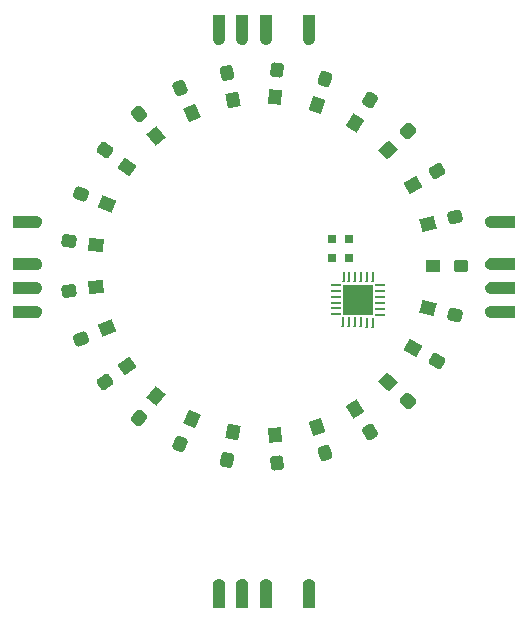
<source format=gtp>
G04*
G04 #@! TF.GenerationSoftware,Altium Limited,Altium Designer,23.8.1 (32)*
G04*
G04 Layer_Color=8421504*
%FSLAX44Y44*%
%MOMM*%
G71*
G04*
G04 #@! TF.SameCoordinates,1253C11B-B4F6-43D5-8584-102BFB41548A*
G04*
G04*
G04 #@! TF.FilePolarity,Positive*
G04*
G01*
G75*
G04:AMPARAMS|DCode=16|XSize=1.25mm|YSize=1.1mm|CornerRadius=0mm|HoleSize=0mm|Usage=FLASHONLY|Rotation=93.600|XOffset=0mm|YOffset=0mm|HoleType=Round|Shape=Rectangle|*
%AMROTATEDRECTD16*
4,1,4,0.5882,-0.5892,-0.5097,-0.6583,-0.5882,0.5892,0.5097,0.6583,0.5882,-0.5892,0.0*
%
%ADD16ROTATEDRECTD16*%

G04:AMPARAMS|DCode=17|XSize=1.25mm|YSize=1.1mm|CornerRadius=0.275mm|HoleSize=0mm|Usage=FLASHONLY|Rotation=93.600|XOffset=0mm|YOffset=0mm|HoleType=Round|Shape=RoundedRectangle|*
%AMROUNDEDRECTD17*
21,1,1.2500,0.5500,0,0,93.6*
21,1,0.7000,1.1000,0,0,93.6*
1,1,0.5500,0.2525,0.3666*
1,1,0.5500,0.2964,-0.3320*
1,1,0.5500,-0.2525,-0.3666*
1,1,0.5500,-0.2964,0.3320*
%
%ADD17ROUNDEDRECTD17*%
G04:AMPARAMS|DCode=18|XSize=1.25mm|YSize=1.1mm|CornerRadius=0mm|HoleSize=0mm|Usage=FLASHONLY|Rotation=165.600|XOffset=0mm|YOffset=0mm|HoleType=Round|Shape=Rectangle|*
%AMROTATEDRECTD18*
4,1,4,0.7421,0.3773,0.4686,-0.6882,-0.7421,-0.3773,-0.4686,0.6882,0.7421,0.3773,0.0*
%
%ADD18ROTATEDRECTD18*%

G04:AMPARAMS|DCode=19|XSize=1.25mm|YSize=1.1mm|CornerRadius=0.275mm|HoleSize=0mm|Usage=FLASHONLY|Rotation=165.600|XOffset=0mm|YOffset=0mm|HoleType=Round|Shape=RoundedRectangle|*
%AMROUNDEDRECTD19*
21,1,1.2500,0.5500,0,0,165.6*
21,1,0.7000,1.1000,0,0,165.6*
1,1,0.5500,-0.2706,0.3534*
1,1,0.5500,0.4074,0.1793*
1,1,0.5500,0.2706,-0.3534*
1,1,0.5500,-0.4074,-0.1793*
%
%ADD19ROUNDEDRECTD19*%
G04:AMPARAMS|DCode=20|XSize=1.25mm|YSize=1.1mm|CornerRadius=0mm|HoleSize=0mm|Usage=FLASHONLY|Rotation=352.800|XOffset=0mm|YOffset=0mm|HoleType=Round|Shape=Rectangle|*
%AMROTATEDRECTD20*
4,1,4,-0.6890,-0.4673,-0.5511,0.6240,0.6890,0.4673,0.5511,-0.6240,-0.6890,-0.4673,0.0*
%
%ADD20ROTATEDRECTD20*%

G04:AMPARAMS|DCode=21|XSize=1.25mm|YSize=1.1mm|CornerRadius=0.275mm|HoleSize=0mm|Usage=FLASHONLY|Rotation=352.800|XOffset=0mm|YOffset=0mm|HoleType=Round|Shape=RoundedRectangle|*
%AMROUNDEDRECTD21*
21,1,1.2500,0.5500,0,0,352.8*
21,1,0.7000,1.1000,0,0,352.8*
1,1,0.5500,0.3128,-0.3167*
1,1,0.5500,-0.3817,-0.2290*
1,1,0.5500,-0.3128,0.3167*
1,1,0.5500,0.3817,0.2290*
%
%ADD21ROUNDEDRECTD21*%
G04:AMPARAMS|DCode=22|XSize=1.25mm|YSize=1.1mm|CornerRadius=0.275mm|HoleSize=0mm|Usage=FLASHONLY|Rotation=194.400|XOffset=0mm|YOffset=0mm|HoleType=Round|Shape=RoundedRectangle|*
%AMROUNDEDRECTD22*
21,1,1.2500,0.5500,0,0,194.4*
21,1,0.7000,1.1000,0,0,194.4*
1,1,0.5500,-0.4074,0.1793*
1,1,0.5500,0.2706,0.3534*
1,1,0.5500,0.4074,-0.1793*
1,1,0.5500,-0.2706,-0.3534*
%
%ADD22ROUNDEDRECTD22*%
G04:AMPARAMS|DCode=23|XSize=1.25mm|YSize=1.1mm|CornerRadius=0mm|HoleSize=0mm|Usage=FLASHONLY|Rotation=194.400|XOffset=0mm|YOffset=0mm|HoleType=Round|Shape=Rectangle|*
%AMROTATEDRECTD23*
4,1,4,0.4686,0.6882,0.7421,-0.3773,-0.4686,-0.6882,-0.7421,0.3773,0.4686,0.6882,0.0*
%
%ADD23ROTATEDRECTD23*%

G04:AMPARAMS|DCode=24|XSize=1.25mm|YSize=1.1mm|CornerRadius=0.275mm|HoleSize=0mm|Usage=FLASHONLY|Rotation=208.800|XOffset=0mm|YOffset=0mm|HoleType=Round|Shape=RoundedRectangle|*
%AMROUNDEDRECTD24*
21,1,1.2500,0.5500,0,0,208.8*
21,1,0.7000,1.1000,0,0,208.8*
1,1,0.5500,-0.4392,0.0724*
1,1,0.5500,0.1742,0.4096*
1,1,0.5500,0.4392,-0.0724*
1,1,0.5500,-0.1742,-0.4096*
%
%ADD24ROUNDEDRECTD24*%
G04:AMPARAMS|DCode=25|XSize=1.25mm|YSize=1.1mm|CornerRadius=0mm|HoleSize=0mm|Usage=FLASHONLY|Rotation=208.800|XOffset=0mm|YOffset=0mm|HoleType=Round|Shape=Rectangle|*
%AMROTATEDRECTD25*
4,1,4,0.2827,0.7831,0.8127,-0.1809,-0.2827,-0.7831,-0.8127,0.1809,0.2827,0.7831,0.0*
%
%ADD25ROTATEDRECTD25*%

G04:AMPARAMS|DCode=26|XSize=1.25mm|YSize=1.1mm|CornerRadius=0.275mm|HoleSize=0mm|Usage=FLASHONLY|Rotation=223.200|XOffset=0mm|YOffset=0mm|HoleType=Round|Shape=RoundedRectangle|*
%AMROUNDEDRECTD26*
21,1,1.2500,0.5500,0,0,223.2*
21,1,0.7000,1.1000,0,0,223.2*
1,1,0.5500,-0.4434,-0.0391*
1,1,0.5500,0.0669,0.4401*
1,1,0.5500,0.4434,0.0391*
1,1,0.5500,-0.0669,-0.4401*
%
%ADD26ROUNDEDRECTD26*%
G04:AMPARAMS|DCode=27|XSize=1.25mm|YSize=1.1mm|CornerRadius=0mm|HoleSize=0mm|Usage=FLASHONLY|Rotation=223.200|XOffset=0mm|YOffset=0mm|HoleType=Round|Shape=Rectangle|*
%AMROTATEDRECTD27*
4,1,4,0.0791,0.8288,0.8321,0.0269,-0.0791,-0.8288,-0.8321,-0.0269,0.0791,0.8288,0.0*
%
%ADD27ROTATEDRECTD27*%

G04:AMPARAMS|DCode=28|XSize=1.25mm|YSize=1.1mm|CornerRadius=0.275mm|HoleSize=0mm|Usage=FLASHONLY|Rotation=237.600|XOffset=0mm|YOffset=0mm|HoleType=Round|Shape=RoundedRectangle|*
%AMROUNDEDRECTD28*
21,1,1.2500,0.5500,0,0,237.6*
21,1,0.7000,1.1000,0,0,237.6*
1,1,0.5500,-0.4197,-0.1482*
1,1,0.5500,-0.0447,0.4429*
1,1,0.5500,0.4197,0.1482*
1,1,0.5500,0.0447,-0.4429*
%
%ADD28ROUNDEDRECTD28*%
G04:AMPARAMS|DCode=29|XSize=1.25mm|YSize=1.1mm|CornerRadius=0mm|HoleSize=0mm|Usage=FLASHONLY|Rotation=237.600|XOffset=0mm|YOffset=0mm|HoleType=Round|Shape=Rectangle|*
%AMROTATEDRECTD29*
4,1,4,-0.1295,0.8224,0.7993,0.2330,0.1295,-0.8224,-0.7993,-0.2330,-0.1295,0.8224,0.0*
%
%ADD29ROTATEDRECTD29*%

G04:AMPARAMS|DCode=30|XSize=1.25mm|YSize=1.1mm|CornerRadius=0.275mm|HoleSize=0mm|Usage=FLASHONLY|Rotation=252.000|XOffset=0mm|YOffset=0mm|HoleType=Round|Shape=RoundedRectangle|*
%AMROUNDEDRECTD30*
21,1,1.2500,0.5500,0,0,252.0*
21,1,0.7000,1.1000,0,0,252.0*
1,1,0.5500,-0.3697,-0.2479*
1,1,0.5500,-0.1534,0.4178*
1,1,0.5500,0.3697,0.2479*
1,1,0.5500,0.1534,-0.4178*
%
%ADD30ROUNDEDRECTD30*%
G04:AMPARAMS|DCode=31|XSize=1.25mm|YSize=1.1mm|CornerRadius=0mm|HoleSize=0mm|Usage=FLASHONLY|Rotation=252.000|XOffset=0mm|YOffset=0mm|HoleType=Round|Shape=Rectangle|*
%AMROTATEDRECTD31*
4,1,4,-0.3300,0.7644,0.7162,0.4245,0.3300,-0.7644,-0.7162,-0.4245,-0.3300,0.7644,0.0*
%
%ADD31ROTATEDRECTD31*%

G04:AMPARAMS|DCode=32|XSize=1.25mm|YSize=1.1mm|CornerRadius=0.275mm|HoleSize=0mm|Usage=FLASHONLY|Rotation=266.400|XOffset=0mm|YOffset=0mm|HoleType=Round|Shape=RoundedRectangle|*
%AMROUNDEDRECTD32*
21,1,1.2500,0.5500,0,0,266.4*
21,1,0.7000,1.1000,0,0,266.4*
1,1,0.5500,-0.2964,-0.3320*
1,1,0.5500,-0.2525,0.3666*
1,1,0.5500,0.2964,0.3320*
1,1,0.5500,0.2525,-0.3666*
%
%ADD32ROUNDEDRECTD32*%
G04:AMPARAMS|DCode=33|XSize=1.25mm|YSize=1.1mm|CornerRadius=0mm|HoleSize=0mm|Usage=FLASHONLY|Rotation=266.400|XOffset=0mm|YOffset=0mm|HoleType=Round|Shape=Rectangle|*
%AMROTATEDRECTD33*
4,1,4,-0.5097,0.6583,0.5882,0.5892,0.5097,-0.6583,-0.5882,-0.5892,-0.5097,0.6583,0.0*
%
%ADD33ROTATEDRECTD33*%

G04:AMPARAMS|DCode=34|XSize=1.25mm|YSize=1.1mm|CornerRadius=0.275mm|HoleSize=0mm|Usage=FLASHONLY|Rotation=280.800|XOffset=0mm|YOffset=0mm|HoleType=Round|Shape=RoundedRectangle|*
%AMROUNDEDRECTD34*
21,1,1.2500,0.5500,0,0,280.8*
21,1,0.7000,1.1000,0,0,280.8*
1,1,0.5500,-0.2046,-0.3953*
1,1,0.5500,-0.3357,0.2923*
1,1,0.5500,0.2046,0.3953*
1,1,0.5500,0.3357,-0.2923*
%
%ADD34ROUNDEDRECTD34*%
G04:AMPARAMS|DCode=35|XSize=1.25mm|YSize=1.1mm|CornerRadius=0mm|HoleSize=0mm|Usage=FLASHONLY|Rotation=280.800|XOffset=0mm|YOffset=0mm|HoleType=Round|Shape=Rectangle|*
%AMROTATEDRECTD35*
4,1,4,-0.6574,0.5109,0.4232,0.7170,0.6574,-0.5109,-0.4232,-0.7170,-0.6574,0.5109,0.0*
%
%ADD35ROTATEDRECTD35*%

G04:AMPARAMS|DCode=36|XSize=1.25mm|YSize=1.1mm|CornerRadius=0.275mm|HoleSize=0mm|Usage=FLASHONLY|Rotation=295.200|XOffset=0mm|YOffset=0mm|HoleType=Round|Shape=RoundedRectangle|*
%AMROUNDEDRECTD36*
21,1,1.2500,0.5500,0,0,295.2*
21,1,0.7000,1.1000,0,0,295.2*
1,1,0.5500,-0.0998,-0.4338*
1,1,0.5500,-0.3979,0.1996*
1,1,0.5500,0.0998,0.4338*
1,1,0.5500,0.3979,-0.1996*
%
%ADD36ROUNDEDRECTD36*%
G04:AMPARAMS|DCode=37|XSize=1.25mm|YSize=1.1mm|CornerRadius=0mm|HoleSize=0mm|Usage=FLASHONLY|Rotation=295.200|XOffset=0mm|YOffset=0mm|HoleType=Round|Shape=Rectangle|*
%AMROTATEDRECTD37*
4,1,4,-0.7638,0.3313,0.2315,0.7997,0.7638,-0.3313,-0.2315,-0.7997,-0.7638,0.3313,0.0*
%
%ADD37ROTATEDRECTD37*%

G04:AMPARAMS|DCode=38|XSize=1.25mm|YSize=1.1mm|CornerRadius=0.275mm|HoleSize=0mm|Usage=FLASHONLY|Rotation=309.600|XOffset=0mm|YOffset=0mm|HoleType=Round|Shape=RoundedRectangle|*
%AMROUNDEDRECTD38*
21,1,1.2500,0.5500,0,0,309.6*
21,1,0.7000,1.1000,0,0,309.6*
1,1,0.5500,0.0112,-0.4450*
1,1,0.5500,-0.4350,0.0944*
1,1,0.5500,-0.0112,0.4450*
1,1,0.5500,0.4350,-0.0944*
%
%ADD38ROUNDEDRECTD38*%
G04:AMPARAMS|DCode=39|XSize=1.25mm|YSize=1.1mm|CornerRadius=0mm|HoleSize=0mm|Usage=FLASHONLY|Rotation=309.600|XOffset=0mm|YOffset=0mm|HoleType=Round|Shape=Rectangle|*
%AMROTATEDRECTD39*
4,1,4,-0.8222,0.1310,0.0254,0.8322,0.8222,-0.1310,-0.0254,-0.8322,-0.8222,0.1310,0.0*
%
%ADD39ROTATEDRECTD39*%

G04:AMPARAMS|DCode=40|XSize=1.25mm|YSize=1.1mm|CornerRadius=0.275mm|HoleSize=0mm|Usage=FLASHONLY|Rotation=324.000|XOffset=0mm|YOffset=0mm|HoleType=Round|Shape=RoundedRectangle|*
%AMROUNDEDRECTD40*
21,1,1.2500,0.5500,0,0,324.0*
21,1,0.7000,1.1000,0,0,324.0*
1,1,0.5500,0.1215,-0.4282*
1,1,0.5500,-0.4448,-0.0168*
1,1,0.5500,-0.1215,0.4282*
1,1,0.5500,0.4448,0.0168*
%
%ADD40ROUNDEDRECTD40*%
G04:AMPARAMS|DCode=41|XSize=1.25mm|YSize=1.1mm|CornerRadius=0mm|HoleSize=0mm|Usage=FLASHONLY|Rotation=324.000|XOffset=0mm|YOffset=0mm|HoleType=Round|Shape=Rectangle|*
%AMROTATEDRECTD41*
4,1,4,-0.8289,-0.0776,-0.1824,0.8123,0.8289,0.0776,0.1824,-0.8123,-0.8289,-0.0776,0.0*
%
%ADD41ROTATEDRECTD41*%

G04:AMPARAMS|DCode=42|XSize=1.25mm|YSize=1.1mm|CornerRadius=0.275mm|HoleSize=0mm|Usage=FLASHONLY|Rotation=338.400|XOffset=0mm|YOffset=0mm|HoleType=Round|Shape=RoundedRectangle|*
%AMROUNDEDRECTD42*
21,1,1.2500,0.5500,0,0,338.4*
21,1,0.7000,1.1000,0,0,338.4*
1,1,0.5500,0.2242,-0.3845*
1,1,0.5500,-0.4267,-0.1269*
1,1,0.5500,-0.2242,0.3845*
1,1,0.5500,0.4267,0.1269*
%
%ADD42ROUNDEDRECTD42*%
G04:AMPARAMS|DCode=43|XSize=1.25mm|YSize=1.1mm|CornerRadius=0mm|HoleSize=0mm|Usage=FLASHONLY|Rotation=338.400|XOffset=0mm|YOffset=0mm|HoleType=Round|Shape=Rectangle|*
%AMROTATEDRECTD43*
4,1,4,-0.7836,-0.2813,-0.3786,0.7415,0.7836,0.2813,0.3786,-0.7415,-0.7836,-0.2813,0.0*
%
%ADD43ROTATEDRECTD43*%

G04:AMPARAMS|DCode=44|XSize=1.25mm|YSize=1.1mm|CornerRadius=0.275mm|HoleSize=0mm|Usage=FLASHONLY|Rotation=7.200|XOffset=0mm|YOffset=0mm|HoleType=Round|Shape=RoundedRectangle|*
%AMROUNDEDRECTD44*
21,1,1.2500,0.5500,0,0,7.2*
21,1,0.7000,1.1000,0,0,7.2*
1,1,0.5500,0.3817,-0.2290*
1,1,0.5500,-0.3128,-0.3167*
1,1,0.5500,-0.3817,0.2290*
1,1,0.5500,0.3128,0.3167*
%
%ADD44ROUNDEDRECTD44*%
G04:AMPARAMS|DCode=45|XSize=1.25mm|YSize=1.1mm|CornerRadius=0mm|HoleSize=0mm|Usage=FLASHONLY|Rotation=7.200|XOffset=0mm|YOffset=0mm|HoleType=Round|Shape=Rectangle|*
%AMROTATEDRECTD45*
4,1,4,-0.5511,-0.6240,-0.6890,0.4673,0.5511,0.6240,0.6890,-0.4673,-0.5511,-0.6240,0.0*
%
%ADD45ROTATEDRECTD45*%

G04:AMPARAMS|DCode=46|XSize=1.25mm|YSize=1.1mm|CornerRadius=0.275mm|HoleSize=0mm|Usage=FLASHONLY|Rotation=21.600|XOffset=0mm|YOffset=0mm|HoleType=Round|Shape=RoundedRectangle|*
%AMROUNDEDRECTD46*
21,1,1.2500,0.5500,0,0,21.6*
21,1,0.7000,1.1000,0,0,21.6*
1,1,0.5500,0.4267,-0.1269*
1,1,0.5500,-0.2242,-0.3845*
1,1,0.5500,-0.4267,0.1269*
1,1,0.5500,0.2242,0.3845*
%
%ADD46ROUNDEDRECTD46*%
G04:AMPARAMS|DCode=47|XSize=1.25mm|YSize=1.1mm|CornerRadius=0mm|HoleSize=0mm|Usage=FLASHONLY|Rotation=21.600|XOffset=0mm|YOffset=0mm|HoleType=Round|Shape=Rectangle|*
%AMROTATEDRECTD47*
4,1,4,-0.3786,-0.7415,-0.7836,0.2813,0.3786,0.7415,0.7836,-0.2813,-0.3786,-0.7415,0.0*
%
%ADD47ROTATEDRECTD47*%

G04:AMPARAMS|DCode=48|XSize=1.25mm|YSize=1.1mm|CornerRadius=0.275mm|HoleSize=0mm|Usage=FLASHONLY|Rotation=36.000|XOffset=0mm|YOffset=0mm|HoleType=Round|Shape=RoundedRectangle|*
%AMROUNDEDRECTD48*
21,1,1.2500,0.5500,0,0,36.0*
21,1,0.7000,1.1000,0,0,36.0*
1,1,0.5500,0.4448,-0.0168*
1,1,0.5500,-0.1215,-0.4282*
1,1,0.5500,-0.4448,0.0168*
1,1,0.5500,0.1215,0.4282*
%
%ADD48ROUNDEDRECTD48*%
G04:AMPARAMS|DCode=49|XSize=1.25mm|YSize=1.1mm|CornerRadius=0mm|HoleSize=0mm|Usage=FLASHONLY|Rotation=36.000|XOffset=0mm|YOffset=0mm|HoleType=Round|Shape=Rectangle|*
%AMROTATEDRECTD49*
4,1,4,-0.1824,-0.8123,-0.8289,0.0776,0.1824,0.8123,0.8289,-0.0776,-0.1824,-0.8123,0.0*
%
%ADD49ROTATEDRECTD49*%

G04:AMPARAMS|DCode=50|XSize=1.25mm|YSize=1.1mm|CornerRadius=0.275mm|HoleSize=0mm|Usage=FLASHONLY|Rotation=50.400|XOffset=0mm|YOffset=0mm|HoleType=Round|Shape=RoundedRectangle|*
%AMROUNDEDRECTD50*
21,1,1.2500,0.5500,0,0,50.4*
21,1,0.7000,1.1000,0,0,50.4*
1,1,0.5500,0.4350,0.0944*
1,1,0.5500,-0.0112,-0.4450*
1,1,0.5500,-0.4350,-0.0944*
1,1,0.5500,0.0112,0.4450*
%
%ADD50ROUNDEDRECTD50*%
G04:AMPARAMS|DCode=51|XSize=1.25mm|YSize=1.1mm|CornerRadius=0mm|HoleSize=0mm|Usage=FLASHONLY|Rotation=50.400|XOffset=0mm|YOffset=0mm|HoleType=Round|Shape=Rectangle|*
%AMROTATEDRECTD51*
4,1,4,0.0254,-0.8322,-0.8222,-0.1310,-0.0254,0.8322,0.8222,0.1310,0.0254,-0.8322,0.0*
%
%ADD51ROTATEDRECTD51*%

G04:AMPARAMS|DCode=52|XSize=1.25mm|YSize=1.1mm|CornerRadius=0.275mm|HoleSize=0mm|Usage=FLASHONLY|Rotation=64.800|XOffset=0mm|YOffset=0mm|HoleType=Round|Shape=RoundedRectangle|*
%AMROUNDEDRECTD52*
21,1,1.2500,0.5500,0,0,64.8*
21,1,0.7000,1.1000,0,0,64.8*
1,1,0.5500,0.3979,0.1996*
1,1,0.5500,0.0998,-0.4338*
1,1,0.5500,-0.3979,-0.1996*
1,1,0.5500,-0.0998,0.4338*
%
%ADD52ROUNDEDRECTD52*%
G04:AMPARAMS|DCode=53|XSize=1.25mm|YSize=1.1mm|CornerRadius=0mm|HoleSize=0mm|Usage=FLASHONLY|Rotation=64.800|XOffset=0mm|YOffset=0mm|HoleType=Round|Shape=Rectangle|*
%AMROTATEDRECTD53*
4,1,4,0.2315,-0.7997,-0.7638,-0.3313,-0.2315,0.7997,0.7638,0.3313,0.2315,-0.7997,0.0*
%
%ADD53ROTATEDRECTD53*%

G04:AMPARAMS|DCode=54|XSize=1.25mm|YSize=1.1mm|CornerRadius=0.275mm|HoleSize=0mm|Usage=FLASHONLY|Rotation=79.200|XOffset=0mm|YOffset=0mm|HoleType=Round|Shape=RoundedRectangle|*
%AMROUNDEDRECTD54*
21,1,1.2500,0.5500,0,0,79.2*
21,1,0.7000,1.1000,0,0,79.2*
1,1,0.5500,0.3357,0.2923*
1,1,0.5500,0.2046,-0.3953*
1,1,0.5500,-0.3357,-0.2923*
1,1,0.5500,-0.2046,0.3953*
%
%ADD54ROUNDEDRECTD54*%
G04:AMPARAMS|DCode=55|XSize=1.25mm|YSize=1.1mm|CornerRadius=0mm|HoleSize=0mm|Usage=FLASHONLY|Rotation=79.200|XOffset=0mm|YOffset=0mm|HoleType=Round|Shape=Rectangle|*
%AMROTATEDRECTD55*
4,1,4,0.4232,-0.7170,-0.6574,-0.5109,-0.4232,0.7170,0.6574,0.5109,0.4232,-0.7170,0.0*
%
%ADD55ROTATEDRECTD55*%

G04:AMPARAMS|DCode=56|XSize=1.25mm|YSize=1.1mm|CornerRadius=0.275mm|HoleSize=0mm|Usage=FLASHONLY|Rotation=108.000|XOffset=0mm|YOffset=0mm|HoleType=Round|Shape=RoundedRectangle|*
%AMROUNDEDRECTD56*
21,1,1.2500,0.5500,0,0,108.0*
21,1,0.7000,1.1000,0,0,108.0*
1,1,0.5500,0.1534,0.4178*
1,1,0.5500,0.3697,-0.2479*
1,1,0.5500,-0.1534,-0.4178*
1,1,0.5500,-0.3697,0.2479*
%
%ADD56ROUNDEDRECTD56*%
G04:AMPARAMS|DCode=57|XSize=1.25mm|YSize=1.1mm|CornerRadius=0mm|HoleSize=0mm|Usage=FLASHONLY|Rotation=108.000|XOffset=0mm|YOffset=0mm|HoleType=Round|Shape=Rectangle|*
%AMROTATEDRECTD57*
4,1,4,0.7162,-0.4245,-0.3300,-0.7644,-0.7162,0.4245,0.3300,0.7644,0.7162,-0.4245,0.0*
%
%ADD57ROTATEDRECTD57*%

G04:AMPARAMS|DCode=58|XSize=1.25mm|YSize=1.1mm|CornerRadius=0.275mm|HoleSize=0mm|Usage=FLASHONLY|Rotation=122.400|XOffset=0mm|YOffset=0mm|HoleType=Round|Shape=RoundedRectangle|*
%AMROUNDEDRECTD58*
21,1,1.2500,0.5500,0,0,122.4*
21,1,0.7000,1.1000,0,0,122.4*
1,1,0.5500,0.0447,0.4429*
1,1,0.5500,0.4197,-0.1482*
1,1,0.5500,-0.0447,-0.4429*
1,1,0.5500,-0.4197,0.1482*
%
%ADD58ROUNDEDRECTD58*%
G04:AMPARAMS|DCode=59|XSize=1.25mm|YSize=1.1mm|CornerRadius=0mm|HoleSize=0mm|Usage=FLASHONLY|Rotation=122.400|XOffset=0mm|YOffset=0mm|HoleType=Round|Shape=Rectangle|*
%AMROTATEDRECTD59*
4,1,4,0.7993,-0.2330,-0.1295,-0.8224,-0.7993,0.2330,0.1295,0.8224,0.7993,-0.2330,0.0*
%
%ADD59ROTATEDRECTD59*%

G04:AMPARAMS|DCode=60|XSize=1.25mm|YSize=1.1mm|CornerRadius=0.275mm|HoleSize=0mm|Usage=FLASHONLY|Rotation=136.800|XOffset=0mm|YOffset=0mm|HoleType=Round|Shape=RoundedRectangle|*
%AMROUNDEDRECTD60*
21,1,1.2500,0.5500,0,0,136.8*
21,1,0.7000,1.1000,0,0,136.8*
1,1,0.5500,-0.0669,0.4401*
1,1,0.5500,0.4434,-0.0391*
1,1,0.5500,0.0669,-0.4401*
1,1,0.5500,-0.4434,0.0391*
%
%ADD60ROUNDEDRECTD60*%
G04:AMPARAMS|DCode=61|XSize=1.25mm|YSize=1.1mm|CornerRadius=0mm|HoleSize=0mm|Usage=FLASHONLY|Rotation=136.800|XOffset=0mm|YOffset=0mm|HoleType=Round|Shape=Rectangle|*
%AMROTATEDRECTD61*
4,1,4,0.8321,-0.0269,0.0791,-0.8288,-0.8321,0.0269,-0.0791,0.8288,0.8321,-0.0269,0.0*
%
%ADD61ROTATEDRECTD61*%

G04:AMPARAMS|DCode=62|XSize=1.25mm|YSize=1.1mm|CornerRadius=0.275mm|HoleSize=0mm|Usage=FLASHONLY|Rotation=151.200|XOffset=0mm|YOffset=0mm|HoleType=Round|Shape=RoundedRectangle|*
%AMROUNDEDRECTD62*
21,1,1.2500,0.5500,0,0,151.2*
21,1,0.7000,1.1000,0,0,151.2*
1,1,0.5500,-0.1742,0.4096*
1,1,0.5500,0.4392,0.0724*
1,1,0.5500,0.1742,-0.4096*
1,1,0.5500,-0.4392,-0.0724*
%
%ADD62ROUNDEDRECTD62*%
G04:AMPARAMS|DCode=63|XSize=1.25mm|YSize=1.1mm|CornerRadius=0mm|HoleSize=0mm|Usage=FLASHONLY|Rotation=151.200|XOffset=0mm|YOffset=0mm|HoleType=Round|Shape=Rectangle|*
%AMROTATEDRECTD63*
4,1,4,0.8127,0.1809,0.2827,-0.7831,-0.8127,-0.1809,-0.2827,0.7831,0.8127,0.1809,0.0*
%
%ADD63ROTATEDRECTD63*%

G04:AMPARAMS|DCode=64|XSize=1.25mm|YSize=1.1mm|CornerRadius=0.275mm|HoleSize=0mm|Usage=FLASHONLY|Rotation=180.000|XOffset=0mm|YOffset=0mm|HoleType=Round|Shape=RoundedRectangle|*
%AMROUNDEDRECTD64*
21,1,1.2500,0.5500,0,0,180.0*
21,1,0.7000,1.1000,0,0,180.0*
1,1,0.5500,-0.3500,0.2750*
1,1,0.5500,0.3500,0.2750*
1,1,0.5500,0.3500,-0.2750*
1,1,0.5500,-0.3500,-0.2750*
%
%ADD64ROUNDEDRECTD64*%
%ADD65R,1.2500X1.1000*%
%ADD66R,0.8000X0.8000*%
%ADD67P,3.6062X4X224.709*%
G04:AMPARAMS|DCode=68|XSize=0.25mm|YSize=0.8mm|CornerRadius=0mm|HoleSize=0mm|Usage=FLASHONLY|Rotation=179.709|XOffset=0mm|YOffset=0mm|HoleType=Round|Shape=Rectangle|*
%AMROTATEDRECTD68*
4,1,4,0.1270,0.3994,0.1230,-0.4006,-0.1270,-0.3994,-0.1230,0.4006,0.1270,0.3994,0.0*
%
%ADD68ROTATEDRECTD68*%

G04:AMPARAMS|DCode=69|XSize=0.25mm|YSize=0.8mm|CornerRadius=0mm|HoleSize=0mm|Usage=FLASHONLY|Rotation=269.709|XOffset=0mm|YOffset=0mm|HoleType=Round|Shape=Rectangle|*
%AMROTATEDRECTD69*
4,1,4,-0.3994,0.1270,0.4006,0.1230,0.3994,-0.1270,-0.4006,-0.1230,-0.3994,0.1270,0.0*
%
%ADD69ROTATEDRECTD69*%

G36*
X46382Y24189D02*
X47789Y22782D01*
X48550Y20945D01*
Y19950D01*
Y-50D01*
X38550D01*
Y19950D01*
Y20945D01*
X39311Y22782D01*
X40718Y24189D01*
X42555Y24950D01*
X44545D01*
X46382Y24189D01*
D02*
G37*
G36*
X66382D02*
X67789Y22782D01*
X68550Y20945D01*
Y19950D01*
Y-50D01*
X58550D01*
Y19950D01*
Y20945D01*
X59311Y22782D01*
X60718Y24189D01*
X62555Y24950D01*
X64545D01*
X66382Y24189D01*
D02*
G37*
G36*
X-108168Y255239D02*
X-106761Y253832D01*
X-106000Y251995D01*
Y250005D01*
X-106761Y248168D01*
X-108168Y246761D01*
X-110005Y246000D01*
X-131000D01*
Y256000D01*
X-110005D01*
X-108168Y255239D01*
D02*
G37*
G36*
Y275239D02*
X-106761Y273832D01*
X-106000Y271995D01*
Y270005D01*
X-106761Y268168D01*
X-108168Y266761D01*
X-110005Y266000D01*
X-111000D01*
X-131000Y266000D01*
Y276000D01*
X-111000Y276000D01*
X-110005D01*
X-108168Y275239D01*
D02*
G37*
G36*
X86382Y24189D02*
X87789Y22782D01*
X88550Y20945D01*
Y19950D01*
Y-50D01*
X78550D01*
Y19950D01*
Y20945D01*
X79311Y22782D01*
X80718Y24189D01*
X82555Y24950D01*
X84544D01*
X86382Y24189D01*
D02*
G37*
G36*
X122582D02*
X123989Y22782D01*
X124750Y20945D01*
Y19950D01*
Y-50D01*
X114750D01*
X114750Y19950D01*
Y20945D01*
X115511Y22782D01*
X116918Y24189D01*
X118755Y24950D01*
X120744D01*
X122582Y24189D01*
D02*
G37*
G36*
X294300Y246000D02*
X273305D01*
X271468Y246761D01*
X270061Y248168D01*
X269300Y250005D01*
Y251994D01*
X270061Y253832D01*
X271468Y255239D01*
X273305Y256000D01*
X294300D01*
Y246000D01*
D02*
G37*
G36*
Y266000D02*
X273305D01*
X271468Y266761D01*
X270061Y268168D01*
X269300Y270005D01*
Y271995D01*
X270061Y273832D01*
X271468Y275239D01*
X273305Y276000D01*
X294300D01*
Y266000D01*
D02*
G37*
G36*
X-111000Y296000D02*
X-110005D01*
X-108168Y295239D01*
X-106761Y293832D01*
X-106000Y291994D01*
Y290005D01*
X-106761Y288168D01*
X-108168Y286761D01*
X-110005Y286000D01*
X-111000D01*
X-131000Y286000D01*
Y296000D01*
X-111000Y296000D01*
D02*
G37*
G36*
X-108168Y331439D02*
X-106761Y330032D01*
X-106000Y328195D01*
Y326205D01*
X-106761Y324368D01*
X-108168Y322961D01*
X-110005Y322200D01*
X-111000D01*
Y322200D01*
X-131000Y322200D01*
Y332200D01*
X-111000Y332200D01*
X-110005D01*
X-108168Y331439D01*
D02*
G37*
G36*
X48550Y482100D02*
Y481105D01*
X47789Y479268D01*
X46382Y477861D01*
X44545Y477100D01*
X42555D01*
X40718Y477861D01*
X39311Y479268D01*
X38550Y481105D01*
Y482100D01*
Y502100D01*
X48550D01*
Y482100D01*
D02*
G37*
G36*
X68550D02*
Y481105D01*
X67789Y479268D01*
X66382Y477861D01*
X64545Y477100D01*
X62555D01*
X60718Y477861D01*
X59311Y479268D01*
X58550Y481105D01*
Y482100D01*
Y502100D01*
X68550D01*
Y482100D01*
D02*
G37*
G36*
X294300Y286000D02*
X273305D01*
X271468Y286761D01*
X270061Y288168D01*
X269300Y290005D01*
Y291994D01*
X270061Y293832D01*
X271468Y295239D01*
X273305Y296000D01*
X294300D01*
Y286000D01*
D02*
G37*
G36*
Y322200D02*
X273305D01*
X271468Y322961D01*
X270061Y324368D01*
X269300Y326205D01*
Y328195D01*
X270061Y330032D01*
X271468Y331439D01*
X273305Y332200D01*
X294300D01*
Y322200D01*
D02*
G37*
G36*
X88550Y482100D02*
Y481105D01*
X87789Y479268D01*
X86382Y477861D01*
X84544Y477100D01*
X82555D01*
X80718Y477861D01*
X79311Y479268D01*
X78550Y481105D01*
Y482100D01*
Y502100D01*
X88550D01*
Y482100D01*
D02*
G37*
G36*
X124750D02*
Y481105D01*
X123989Y479268D01*
X122582Y477861D01*
X120744Y477100D01*
X118755D01*
X116918Y477861D01*
X115511Y479268D01*
X114750Y481105D01*
Y482100D01*
Y502100D01*
X124750D01*
Y482100D01*
D02*
G37*
D16*
X91086Y146574D02*
D03*
D17*
X92562Y123120D02*
D03*
D18*
X220841Y253916D02*
D03*
D19*
X243602Y248072D02*
D03*
D20*
X-60029Y307495D02*
D03*
D21*
X-83344Y310441D02*
D03*
D22*
X243602Y331010D02*
D03*
D23*
X220841Y325166D02*
D03*
D24*
X228215Y369874D02*
D03*
D25*
X207622Y358552D02*
D03*
D26*
X203647Y403689D02*
D03*
D27*
X186516Y387603D02*
D03*
D28*
X171440Y430333D02*
D03*
D29*
X158848Y410491D02*
D03*
D30*
X133620Y448130D02*
D03*
D31*
X126358Y425780D02*
D03*
D32*
X92562Y455962D02*
D03*
D33*
X91086Y432509D02*
D03*
D34*
X50845Y453338D02*
D03*
D35*
X55249Y430254D02*
D03*
D36*
X11092Y440421D02*
D03*
D37*
X21098Y419158D02*
D03*
D38*
X-24199Y418024D02*
D03*
D39*
X-9220Y399917D02*
D03*
D40*
X-52812Y387554D02*
D03*
D41*
X-33800Y373741D02*
D03*
D42*
X-72949Y350926D02*
D03*
D43*
X-51099Y342275D02*
D03*
D44*
X-83344Y268642D02*
D03*
D45*
X-60029Y271587D02*
D03*
D46*
X-72949Y228156D02*
D03*
D47*
X-51099Y236807D02*
D03*
D48*
X-52812Y191528D02*
D03*
D49*
X-33800Y205341D02*
D03*
D50*
X-24199Y161058D02*
D03*
D51*
X-9220Y179165D02*
D03*
D52*
X11092Y138661D02*
D03*
D53*
X21098Y159925D02*
D03*
D54*
X50845Y125745D02*
D03*
D55*
X55249Y148828D02*
D03*
D56*
X133620Y130953D02*
D03*
D57*
X126358Y153302D02*
D03*
D58*
X171440Y148750D02*
D03*
D59*
X158848Y168591D02*
D03*
D60*
X203647Y175393D02*
D03*
D61*
X186516Y191480D02*
D03*
D62*
X228215Y209209D02*
D03*
D63*
X207622Y220530D02*
D03*
D64*
X248841Y289541D02*
D03*
D65*
X225341D02*
D03*
D66*
X154248Y296388D02*
D03*
X139248D02*
D03*
X154248Y312388D02*
D03*
X139248D02*
D03*
D67*
X161650Y261100D02*
D03*
D68*
X174247Y280286D02*
D03*
X169248Y280312D02*
D03*
X164248Y280337D02*
D03*
X164052Y241838D02*
D03*
X169052Y241812D02*
D03*
X174052Y241787D02*
D03*
X154248Y280388D02*
D03*
X149248Y280413D02*
D03*
X149052Y241914D02*
D03*
X154052Y241888D02*
D03*
X159248Y280362D02*
D03*
X159052Y241863D02*
D03*
D69*
X180438Y268505D02*
D03*
X180463Y273505D02*
D03*
X142964Y273695D02*
D03*
X142938Y268695D02*
D03*
X180336Y248505D02*
D03*
X180362Y253505D02*
D03*
X180387Y258505D02*
D03*
X142887Y258695D02*
D03*
X142862Y253695D02*
D03*
X142837Y248695D02*
D03*
X180412Y263505D02*
D03*
X142913Y263695D02*
D03*
M02*

</source>
